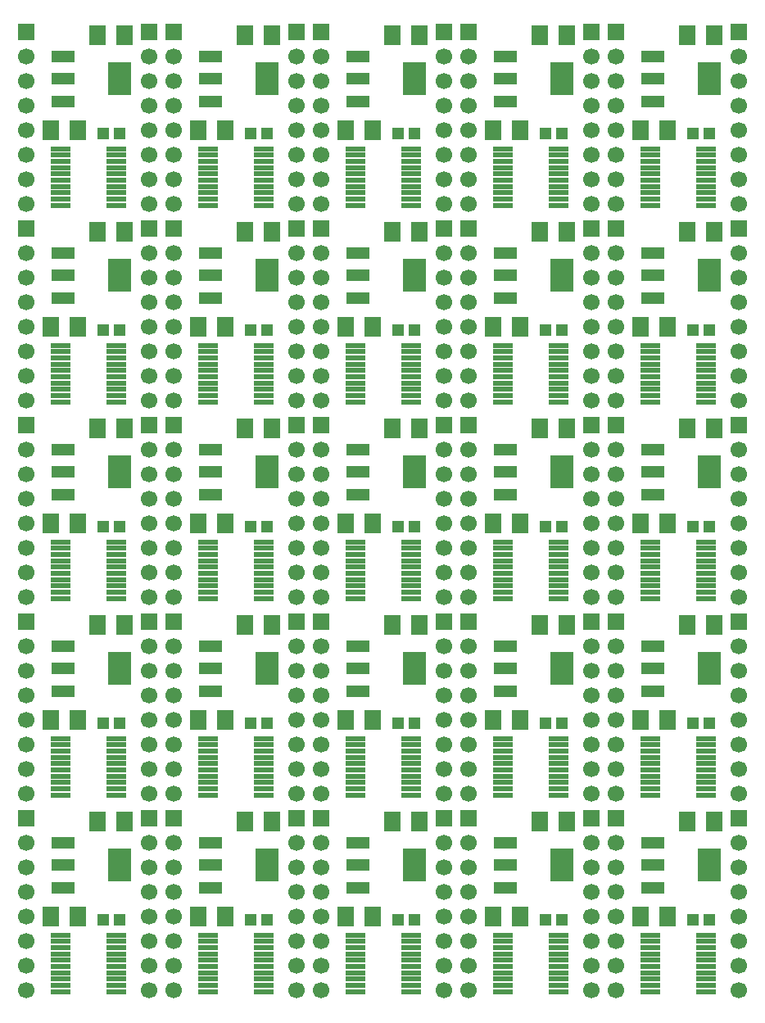
<source format=gbr>
G04 DipTrace 3.3.1.3*
G04 TopMask.gbr*
%MOIN*%
G04 #@! TF.FileFunction,Soldermask,Top*
G04 #@! TF.Part,Single*
%ADD33C,0.066935*%
%ADD35R,0.066935X0.066935*%
%ADD37R,0.092526X0.135833*%
%ADD39R,0.092526X0.045282*%
%ADD41R,0.078746X0.023628*%
%ADD43R,0.051187X0.04725*%
%ADD45R,0.070872X0.078746*%
%FSLAX26Y26*%
G04*
G70*
G90*
G75*
G01*
G04 TopMask*
%LPD*%
D45*
X731200Y1131200D3*
X841436D3*
X543700Y743700D3*
X653936D3*
D43*
X756200Y731200D3*
X823129D3*
D41*
X581200Y668700D3*
Y643109D3*
Y617519D3*
Y591928D3*
Y566338D3*
Y540747D3*
Y515157D3*
Y489566D3*
Y463976D3*
Y438385D3*
X809554D3*
X809546Y463976D3*
Y489566D3*
Y515157D3*
Y540747D3*
Y566338D3*
Y591928D3*
Y617519D3*
Y643109D3*
Y668700D3*
D39*
X593700Y1043700D3*
Y953149D3*
Y862598D3*
D37*
X822046Y953149D3*
D35*
X943700Y1143700D3*
X443700D3*
D33*
Y1043700D3*
Y943700D3*
Y843700D3*
Y743700D3*
Y643700D3*
Y543700D3*
Y443700D3*
X943700Y1043700D3*
Y943700D3*
Y843700D3*
Y743700D3*
Y643700D3*
Y543700D3*
Y443700D3*
D45*
X1331200Y1131200D3*
X1441436D3*
X1143700Y743700D3*
X1253936D3*
D43*
X1356200Y731200D3*
X1423129D3*
D41*
X1181200Y668700D3*
Y643109D3*
Y617519D3*
Y591928D3*
Y566338D3*
Y540747D3*
Y515157D3*
Y489566D3*
Y463976D3*
Y438385D3*
X1409554D3*
X1409546Y463976D3*
Y489566D3*
Y515157D3*
Y540747D3*
Y566338D3*
Y591928D3*
Y617519D3*
Y643109D3*
Y668700D3*
D39*
X1193700Y1043700D3*
Y953149D3*
Y862598D3*
D37*
X1422046Y953149D3*
D35*
X1543700Y1143700D3*
X1043700D3*
D33*
Y1043700D3*
Y943700D3*
Y843700D3*
Y743700D3*
Y643700D3*
Y543700D3*
Y443700D3*
X1543700Y1043700D3*
Y943700D3*
Y843700D3*
Y743700D3*
Y643700D3*
Y543700D3*
Y443700D3*
D45*
X1931200Y1131200D3*
X2041436D3*
X1743700Y743700D3*
X1853936D3*
D43*
X1956200Y731200D3*
X2023129D3*
D41*
X1781200Y668700D3*
Y643109D3*
Y617519D3*
Y591928D3*
Y566338D3*
Y540747D3*
Y515157D3*
Y489566D3*
Y463976D3*
Y438385D3*
X2009554D3*
X2009546Y463976D3*
Y489566D3*
Y515157D3*
Y540747D3*
Y566338D3*
Y591928D3*
Y617519D3*
Y643109D3*
Y668700D3*
D39*
X1793700Y1043700D3*
Y953149D3*
Y862598D3*
D37*
X2022046Y953149D3*
D35*
X2143700Y1143700D3*
X1643700D3*
D33*
Y1043700D3*
Y943700D3*
Y843700D3*
Y743700D3*
Y643700D3*
Y543700D3*
Y443700D3*
X2143700Y1043700D3*
Y943700D3*
Y843700D3*
Y743700D3*
Y643700D3*
Y543700D3*
Y443700D3*
D45*
X2531200Y1131200D3*
X2641436D3*
X2343700Y743700D3*
X2453936D3*
D43*
X2556200Y731200D3*
X2623129D3*
D41*
X2381200Y668700D3*
Y643109D3*
Y617519D3*
Y591928D3*
Y566338D3*
Y540747D3*
Y515157D3*
Y489566D3*
Y463976D3*
Y438385D3*
X2609554D3*
X2609546Y463976D3*
Y489566D3*
Y515157D3*
Y540747D3*
Y566338D3*
Y591928D3*
Y617519D3*
Y643109D3*
Y668700D3*
D39*
X2393700Y1043700D3*
Y953149D3*
Y862598D3*
D37*
X2622046Y953149D3*
D35*
X2743700Y1143700D3*
X2243700D3*
D33*
Y1043700D3*
Y943700D3*
Y843700D3*
Y743700D3*
Y643700D3*
Y543700D3*
Y443700D3*
X2743700Y1043700D3*
Y943700D3*
Y843700D3*
Y743700D3*
Y643700D3*
Y543700D3*
Y443700D3*
D45*
X3131200Y1131200D3*
X3241436D3*
X2943700Y743700D3*
X3053936D3*
D43*
X3156200Y731200D3*
X3223129D3*
D41*
X2981200Y668700D3*
Y643109D3*
Y617519D3*
Y591928D3*
Y566338D3*
Y540747D3*
Y515157D3*
Y489566D3*
Y463976D3*
Y438385D3*
X3209554D3*
X3209546Y463976D3*
Y489566D3*
Y515157D3*
Y540747D3*
Y566338D3*
Y591928D3*
Y617519D3*
Y643109D3*
Y668700D3*
D39*
X2993700Y1043700D3*
Y953149D3*
Y862598D3*
D37*
X3222046Y953149D3*
D35*
X3343700Y1143700D3*
X2843700D3*
D33*
Y1043700D3*
Y943700D3*
Y843700D3*
Y743700D3*
Y643700D3*
Y543700D3*
Y443700D3*
X3343700Y1043700D3*
Y943700D3*
Y843700D3*
Y743700D3*
Y643700D3*
Y543700D3*
Y443700D3*
D45*
X731200Y1931200D3*
X841436D3*
X543700Y1543700D3*
X653936D3*
D43*
X756200Y1531200D3*
X823129D3*
D41*
X581200Y1468700D3*
Y1443109D3*
Y1417519D3*
Y1391928D3*
Y1366338D3*
Y1340747D3*
Y1315157D3*
Y1289566D3*
Y1263976D3*
Y1238385D3*
X809554D3*
X809546Y1263976D3*
Y1289566D3*
Y1315157D3*
Y1340747D3*
Y1366338D3*
Y1391928D3*
Y1417519D3*
Y1443109D3*
Y1468700D3*
D39*
X593700Y1843700D3*
Y1753149D3*
Y1662598D3*
D37*
X822046Y1753149D3*
D35*
X943700Y1943700D3*
X443700D3*
D33*
Y1843700D3*
Y1743700D3*
Y1643700D3*
Y1543700D3*
Y1443700D3*
Y1343700D3*
Y1243700D3*
X943700Y1843700D3*
Y1743700D3*
Y1643700D3*
Y1543700D3*
Y1443700D3*
Y1343700D3*
Y1243700D3*
D45*
X1331200Y1931200D3*
X1441436D3*
X1143700Y1543700D3*
X1253936D3*
D43*
X1356200Y1531200D3*
X1423129D3*
D41*
X1181200Y1468700D3*
Y1443109D3*
Y1417519D3*
Y1391928D3*
Y1366338D3*
Y1340747D3*
Y1315157D3*
Y1289566D3*
Y1263976D3*
Y1238385D3*
X1409554D3*
X1409546Y1263976D3*
Y1289566D3*
Y1315157D3*
Y1340747D3*
Y1366338D3*
Y1391928D3*
Y1417519D3*
Y1443109D3*
Y1468700D3*
D39*
X1193700Y1843700D3*
Y1753149D3*
Y1662598D3*
D37*
X1422046Y1753149D3*
D35*
X1543700Y1943700D3*
X1043700D3*
D33*
Y1843700D3*
Y1743700D3*
Y1643700D3*
Y1543700D3*
Y1443700D3*
Y1343700D3*
Y1243700D3*
X1543700Y1843700D3*
Y1743700D3*
Y1643700D3*
Y1543700D3*
Y1443700D3*
Y1343700D3*
Y1243700D3*
D45*
X1931200Y1931200D3*
X2041436D3*
X1743700Y1543700D3*
X1853936D3*
D43*
X1956200Y1531200D3*
X2023129D3*
D41*
X1781200Y1468700D3*
Y1443109D3*
Y1417519D3*
Y1391928D3*
Y1366338D3*
Y1340747D3*
Y1315157D3*
Y1289566D3*
Y1263976D3*
Y1238385D3*
X2009554D3*
X2009546Y1263976D3*
Y1289566D3*
Y1315157D3*
Y1340747D3*
Y1366338D3*
Y1391928D3*
Y1417519D3*
Y1443109D3*
Y1468700D3*
D39*
X1793700Y1843700D3*
Y1753149D3*
Y1662598D3*
D37*
X2022046Y1753149D3*
D35*
X2143700Y1943700D3*
X1643700D3*
D33*
Y1843700D3*
Y1743700D3*
Y1643700D3*
Y1543700D3*
Y1443700D3*
Y1343700D3*
Y1243700D3*
X2143700Y1843700D3*
Y1743700D3*
Y1643700D3*
Y1543700D3*
Y1443700D3*
Y1343700D3*
Y1243700D3*
D45*
X2531200Y1931200D3*
X2641436D3*
X2343700Y1543700D3*
X2453936D3*
D43*
X2556200Y1531200D3*
X2623129D3*
D41*
X2381200Y1468700D3*
Y1443109D3*
Y1417519D3*
Y1391928D3*
Y1366338D3*
Y1340747D3*
Y1315157D3*
Y1289566D3*
Y1263976D3*
Y1238385D3*
X2609554D3*
X2609546Y1263976D3*
Y1289566D3*
Y1315157D3*
Y1340747D3*
Y1366338D3*
Y1391928D3*
Y1417519D3*
Y1443109D3*
Y1468700D3*
D39*
X2393700Y1843700D3*
Y1753149D3*
Y1662598D3*
D37*
X2622046Y1753149D3*
D35*
X2743700Y1943700D3*
X2243700D3*
D33*
Y1843700D3*
Y1743700D3*
Y1643700D3*
Y1543700D3*
Y1443700D3*
Y1343700D3*
Y1243700D3*
X2743700Y1843700D3*
Y1743700D3*
Y1643700D3*
Y1543700D3*
Y1443700D3*
Y1343700D3*
Y1243700D3*
D45*
X3131200Y1931200D3*
X3241436D3*
X2943700Y1543700D3*
X3053936D3*
D43*
X3156200Y1531200D3*
X3223129D3*
D41*
X2981200Y1468700D3*
Y1443109D3*
Y1417519D3*
Y1391928D3*
Y1366338D3*
Y1340747D3*
Y1315157D3*
Y1289566D3*
Y1263976D3*
Y1238385D3*
X3209554D3*
X3209546Y1263976D3*
Y1289566D3*
Y1315157D3*
Y1340747D3*
Y1366338D3*
Y1391928D3*
Y1417519D3*
Y1443109D3*
Y1468700D3*
D39*
X2993700Y1843700D3*
Y1753149D3*
Y1662598D3*
D37*
X3222046Y1753149D3*
D35*
X3343700Y1943700D3*
X2843700D3*
D33*
Y1843700D3*
Y1743700D3*
Y1643700D3*
Y1543700D3*
Y1443700D3*
Y1343700D3*
Y1243700D3*
X3343700Y1843700D3*
Y1743700D3*
Y1643700D3*
Y1543700D3*
Y1443700D3*
Y1343700D3*
Y1243700D3*
D45*
X731200Y2731200D3*
X841436D3*
X543700Y2343700D3*
X653936D3*
D43*
X756200Y2331200D3*
X823129D3*
D41*
X581200Y2268700D3*
Y2243109D3*
Y2217519D3*
Y2191928D3*
Y2166338D3*
Y2140747D3*
Y2115157D3*
Y2089566D3*
Y2063976D3*
Y2038385D3*
X809554D3*
X809546Y2063976D3*
Y2089566D3*
Y2115157D3*
Y2140747D3*
Y2166338D3*
Y2191928D3*
Y2217519D3*
Y2243109D3*
Y2268700D3*
D39*
X593700Y2643700D3*
Y2553149D3*
Y2462598D3*
D37*
X822046Y2553149D3*
D35*
X943700Y2743700D3*
X443700D3*
D33*
Y2643700D3*
Y2543700D3*
Y2443700D3*
Y2343700D3*
Y2243700D3*
Y2143700D3*
Y2043700D3*
X943700Y2643700D3*
Y2543700D3*
Y2443700D3*
Y2343700D3*
Y2243700D3*
Y2143700D3*
Y2043700D3*
D45*
X1331200Y2731200D3*
X1441436D3*
X1143700Y2343700D3*
X1253936D3*
D43*
X1356200Y2331200D3*
X1423129D3*
D41*
X1181200Y2268700D3*
Y2243109D3*
Y2217519D3*
Y2191928D3*
Y2166338D3*
Y2140747D3*
Y2115157D3*
Y2089566D3*
Y2063976D3*
Y2038385D3*
X1409554D3*
X1409546Y2063976D3*
Y2089566D3*
Y2115157D3*
Y2140747D3*
Y2166338D3*
Y2191928D3*
Y2217519D3*
Y2243109D3*
Y2268700D3*
D39*
X1193700Y2643700D3*
Y2553149D3*
Y2462598D3*
D37*
X1422046Y2553149D3*
D35*
X1543700Y2743700D3*
X1043700D3*
D33*
Y2643700D3*
Y2543700D3*
Y2443700D3*
Y2343700D3*
Y2243700D3*
Y2143700D3*
Y2043700D3*
X1543700Y2643700D3*
Y2543700D3*
Y2443700D3*
Y2343700D3*
Y2243700D3*
Y2143700D3*
Y2043700D3*
D45*
X1931200Y2731200D3*
X2041436D3*
X1743700Y2343700D3*
X1853936D3*
D43*
X1956200Y2331200D3*
X2023129D3*
D41*
X1781200Y2268700D3*
Y2243109D3*
Y2217519D3*
Y2191928D3*
Y2166338D3*
Y2140747D3*
Y2115157D3*
Y2089566D3*
Y2063976D3*
Y2038385D3*
X2009554D3*
X2009546Y2063976D3*
Y2089566D3*
Y2115157D3*
Y2140747D3*
Y2166338D3*
Y2191928D3*
Y2217519D3*
Y2243109D3*
Y2268700D3*
D39*
X1793700Y2643700D3*
Y2553149D3*
Y2462598D3*
D37*
X2022046Y2553149D3*
D35*
X2143700Y2743700D3*
X1643700D3*
D33*
Y2643700D3*
Y2543700D3*
Y2443700D3*
Y2343700D3*
Y2243700D3*
Y2143700D3*
Y2043700D3*
X2143700Y2643700D3*
Y2543700D3*
Y2443700D3*
Y2343700D3*
Y2243700D3*
Y2143700D3*
Y2043700D3*
D45*
X2531200Y2731200D3*
X2641436D3*
X2343700Y2343700D3*
X2453936D3*
D43*
X2556200Y2331200D3*
X2623129D3*
D41*
X2381200Y2268700D3*
Y2243109D3*
Y2217519D3*
Y2191928D3*
Y2166338D3*
Y2140747D3*
Y2115157D3*
Y2089566D3*
Y2063976D3*
Y2038385D3*
X2609554D3*
X2609546Y2063976D3*
Y2089566D3*
Y2115157D3*
Y2140747D3*
Y2166338D3*
Y2191928D3*
Y2217519D3*
Y2243109D3*
Y2268700D3*
D39*
X2393700Y2643700D3*
Y2553149D3*
Y2462598D3*
D37*
X2622046Y2553149D3*
D35*
X2743700Y2743700D3*
X2243700D3*
D33*
Y2643700D3*
Y2543700D3*
Y2443700D3*
Y2343700D3*
Y2243700D3*
Y2143700D3*
Y2043700D3*
X2743700Y2643700D3*
Y2543700D3*
Y2443700D3*
Y2343700D3*
Y2243700D3*
Y2143700D3*
Y2043700D3*
D45*
X3131200Y2731200D3*
X3241436D3*
X2943700Y2343700D3*
X3053936D3*
D43*
X3156200Y2331200D3*
X3223129D3*
D41*
X2981200Y2268700D3*
Y2243109D3*
Y2217519D3*
Y2191928D3*
Y2166338D3*
Y2140747D3*
Y2115157D3*
Y2089566D3*
Y2063976D3*
Y2038385D3*
X3209554D3*
X3209546Y2063976D3*
Y2089566D3*
Y2115157D3*
Y2140747D3*
Y2166338D3*
Y2191928D3*
Y2217519D3*
Y2243109D3*
Y2268700D3*
D39*
X2993700Y2643700D3*
Y2553149D3*
Y2462598D3*
D37*
X3222046Y2553149D3*
D35*
X3343700Y2743700D3*
X2843700D3*
D33*
Y2643700D3*
Y2543700D3*
Y2443700D3*
Y2343700D3*
Y2243700D3*
Y2143700D3*
Y2043700D3*
X3343700Y2643700D3*
Y2543700D3*
Y2443700D3*
Y2343700D3*
Y2243700D3*
Y2143700D3*
Y2043700D3*
D45*
X731200Y3531200D3*
X841436D3*
X543700Y3143700D3*
X653936D3*
D43*
X756200Y3131200D3*
X823129D3*
D41*
X581200Y3068700D3*
Y3043109D3*
Y3017519D3*
Y2991928D3*
Y2966338D3*
Y2940747D3*
Y2915157D3*
Y2889566D3*
Y2863976D3*
Y2838385D3*
X809554D3*
X809546Y2863976D3*
Y2889566D3*
Y2915157D3*
Y2940747D3*
Y2966338D3*
Y2991928D3*
Y3017519D3*
Y3043109D3*
Y3068700D3*
D39*
X593700Y3443700D3*
Y3353149D3*
Y3262598D3*
D37*
X822046Y3353149D3*
D35*
X943700Y3543700D3*
X443700D3*
D33*
Y3443700D3*
Y3343700D3*
Y3243700D3*
Y3143700D3*
Y3043700D3*
Y2943700D3*
Y2843700D3*
X943700Y3443700D3*
Y3343700D3*
Y3243700D3*
Y3143700D3*
Y3043700D3*
Y2943700D3*
Y2843700D3*
D45*
X1331200Y3531200D3*
X1441436D3*
X1143700Y3143700D3*
X1253936D3*
D43*
X1356200Y3131200D3*
X1423129D3*
D41*
X1181200Y3068700D3*
Y3043109D3*
Y3017519D3*
Y2991928D3*
Y2966338D3*
Y2940747D3*
Y2915157D3*
Y2889566D3*
Y2863976D3*
Y2838385D3*
X1409554D3*
X1409546Y2863976D3*
Y2889566D3*
Y2915157D3*
Y2940747D3*
Y2966338D3*
Y2991928D3*
Y3017519D3*
Y3043109D3*
Y3068700D3*
D39*
X1193700Y3443700D3*
Y3353149D3*
Y3262598D3*
D37*
X1422046Y3353149D3*
D35*
X1543700Y3543700D3*
X1043700D3*
D33*
Y3443700D3*
Y3343700D3*
Y3243700D3*
Y3143700D3*
Y3043700D3*
Y2943700D3*
Y2843700D3*
X1543700Y3443700D3*
Y3343700D3*
Y3243700D3*
Y3143700D3*
Y3043700D3*
Y2943700D3*
Y2843700D3*
D45*
X1931200Y3531200D3*
X2041436D3*
X1743700Y3143700D3*
X1853936D3*
D43*
X1956200Y3131200D3*
X2023129D3*
D41*
X1781200Y3068700D3*
Y3043109D3*
Y3017519D3*
Y2991928D3*
Y2966338D3*
Y2940747D3*
Y2915157D3*
Y2889566D3*
Y2863976D3*
Y2838385D3*
X2009554D3*
X2009546Y2863976D3*
Y2889566D3*
Y2915157D3*
Y2940747D3*
Y2966338D3*
Y2991928D3*
Y3017519D3*
Y3043109D3*
Y3068700D3*
D39*
X1793700Y3443700D3*
Y3353149D3*
Y3262598D3*
D37*
X2022046Y3353149D3*
D35*
X2143700Y3543700D3*
X1643700D3*
D33*
Y3443700D3*
Y3343700D3*
Y3243700D3*
Y3143700D3*
Y3043700D3*
Y2943700D3*
Y2843700D3*
X2143700Y3443700D3*
Y3343700D3*
Y3243700D3*
Y3143700D3*
Y3043700D3*
Y2943700D3*
Y2843700D3*
D45*
X2531200Y3531200D3*
X2641436D3*
X2343700Y3143700D3*
X2453936D3*
D43*
X2556200Y3131200D3*
X2623129D3*
D41*
X2381200Y3068700D3*
Y3043109D3*
Y3017519D3*
Y2991928D3*
Y2966338D3*
Y2940747D3*
Y2915157D3*
Y2889566D3*
Y2863976D3*
Y2838385D3*
X2609554D3*
X2609546Y2863976D3*
Y2889566D3*
Y2915157D3*
Y2940747D3*
Y2966338D3*
Y2991928D3*
Y3017519D3*
Y3043109D3*
Y3068700D3*
D39*
X2393700Y3443700D3*
Y3353149D3*
Y3262598D3*
D37*
X2622046Y3353149D3*
D35*
X2743700Y3543700D3*
X2243700D3*
D33*
Y3443700D3*
Y3343700D3*
Y3243700D3*
Y3143700D3*
Y3043700D3*
Y2943700D3*
Y2843700D3*
X2743700Y3443700D3*
Y3343700D3*
Y3243700D3*
Y3143700D3*
Y3043700D3*
Y2943700D3*
Y2843700D3*
D45*
X3131200Y3531200D3*
X3241436D3*
X2943700Y3143700D3*
X3053936D3*
D43*
X3156200Y3131200D3*
X3223129D3*
D41*
X2981200Y3068700D3*
Y3043109D3*
Y3017519D3*
Y2991928D3*
Y2966338D3*
Y2940747D3*
Y2915157D3*
Y2889566D3*
Y2863976D3*
Y2838385D3*
X3209554D3*
X3209546Y2863976D3*
Y2889566D3*
Y2915157D3*
Y2940747D3*
Y2966338D3*
Y2991928D3*
Y3017519D3*
Y3043109D3*
Y3068700D3*
D39*
X2993700Y3443700D3*
Y3353149D3*
Y3262598D3*
D37*
X3222046Y3353149D3*
D35*
X3343700Y3543700D3*
X2843700D3*
D33*
Y3443700D3*
Y3343700D3*
Y3243700D3*
Y3143700D3*
Y3043700D3*
Y2943700D3*
Y2843700D3*
X3343700Y3443700D3*
Y3343700D3*
Y3243700D3*
Y3143700D3*
Y3043700D3*
Y2943700D3*
Y2843700D3*
D45*
X731200Y4331200D3*
X841436D3*
X543700Y3943700D3*
X653936D3*
D43*
X756200Y3931200D3*
X823129D3*
D41*
X581200Y3868700D3*
Y3843109D3*
Y3817519D3*
Y3791928D3*
Y3766338D3*
Y3740747D3*
Y3715157D3*
Y3689566D3*
Y3663976D3*
Y3638385D3*
X809554D3*
X809546Y3663976D3*
Y3689566D3*
Y3715157D3*
Y3740747D3*
Y3766338D3*
Y3791928D3*
Y3817519D3*
Y3843109D3*
Y3868700D3*
D39*
X593700Y4243700D3*
Y4153149D3*
Y4062598D3*
D37*
X822046Y4153149D3*
D35*
X943700Y4343700D3*
X443700D3*
D33*
Y4243700D3*
Y4143700D3*
Y4043700D3*
Y3943700D3*
Y3843700D3*
Y3743700D3*
Y3643700D3*
X943700Y4243700D3*
Y4143700D3*
Y4043700D3*
Y3943700D3*
Y3843700D3*
Y3743700D3*
Y3643700D3*
D45*
X1331200Y4331200D3*
X1441436D3*
X1143700Y3943700D3*
X1253936D3*
D43*
X1356200Y3931200D3*
X1423129D3*
D41*
X1181200Y3868700D3*
Y3843109D3*
Y3817519D3*
Y3791928D3*
Y3766338D3*
Y3740747D3*
Y3715157D3*
Y3689566D3*
Y3663976D3*
Y3638385D3*
X1409554D3*
X1409546Y3663976D3*
Y3689566D3*
Y3715157D3*
Y3740747D3*
Y3766338D3*
Y3791928D3*
Y3817519D3*
Y3843109D3*
Y3868700D3*
D39*
X1193700Y4243700D3*
Y4153149D3*
Y4062598D3*
D37*
X1422046Y4153149D3*
D35*
X1543700Y4343700D3*
X1043700D3*
D33*
Y4243700D3*
Y4143700D3*
Y4043700D3*
Y3943700D3*
Y3843700D3*
Y3743700D3*
Y3643700D3*
X1543700Y4243700D3*
Y4143700D3*
Y4043700D3*
Y3943700D3*
Y3843700D3*
Y3743700D3*
Y3643700D3*
D45*
X1931200Y4331200D3*
X2041436D3*
X1743700Y3943700D3*
X1853936D3*
D43*
X1956200Y3931200D3*
X2023129D3*
D41*
X1781200Y3868700D3*
Y3843109D3*
Y3817519D3*
Y3791928D3*
Y3766338D3*
Y3740747D3*
Y3715157D3*
Y3689566D3*
Y3663976D3*
Y3638385D3*
X2009554D3*
X2009546Y3663976D3*
Y3689566D3*
Y3715157D3*
Y3740747D3*
Y3766338D3*
Y3791928D3*
Y3817519D3*
Y3843109D3*
Y3868700D3*
D39*
X1793700Y4243700D3*
Y4153149D3*
Y4062598D3*
D37*
X2022046Y4153149D3*
D35*
X2143700Y4343700D3*
X1643700D3*
D33*
Y4243700D3*
Y4143700D3*
Y4043700D3*
Y3943700D3*
Y3843700D3*
Y3743700D3*
Y3643700D3*
X2143700Y4243700D3*
Y4143700D3*
Y4043700D3*
Y3943700D3*
Y3843700D3*
Y3743700D3*
Y3643700D3*
D45*
X2531200Y4331200D3*
X2641436D3*
X2343700Y3943700D3*
X2453936D3*
D43*
X2556200Y3931200D3*
X2623129D3*
D41*
X2381200Y3868700D3*
Y3843109D3*
Y3817519D3*
Y3791928D3*
Y3766338D3*
Y3740747D3*
Y3715157D3*
Y3689566D3*
Y3663976D3*
Y3638385D3*
X2609554D3*
X2609546Y3663976D3*
Y3689566D3*
Y3715157D3*
Y3740747D3*
Y3766338D3*
Y3791928D3*
Y3817519D3*
Y3843109D3*
Y3868700D3*
D39*
X2393700Y4243700D3*
Y4153149D3*
Y4062598D3*
D37*
X2622046Y4153149D3*
D35*
X2743700Y4343700D3*
X2243700D3*
D33*
Y4243700D3*
Y4143700D3*
Y4043700D3*
Y3943700D3*
Y3843700D3*
Y3743700D3*
Y3643700D3*
X2743700Y4243700D3*
Y4143700D3*
Y4043700D3*
Y3943700D3*
Y3843700D3*
Y3743700D3*
Y3643700D3*
D45*
X3131200Y4331200D3*
X3241436D3*
X2943700Y3943700D3*
X3053936D3*
D43*
X3156200Y3931200D3*
X3223129D3*
D41*
X2981200Y3868700D3*
Y3843109D3*
Y3817519D3*
Y3791928D3*
Y3766338D3*
Y3740747D3*
Y3715157D3*
Y3689566D3*
Y3663976D3*
Y3638385D3*
X3209554D3*
X3209546Y3663976D3*
Y3689566D3*
Y3715157D3*
Y3740747D3*
Y3766338D3*
Y3791928D3*
Y3817519D3*
Y3843109D3*
Y3868700D3*
D39*
X2993700Y4243700D3*
Y4153149D3*
Y4062598D3*
D37*
X3222046Y4153149D3*
D35*
X3343700Y4343700D3*
X2843700D3*
D33*
Y4243700D3*
Y4143700D3*
Y4043700D3*
Y3943700D3*
Y3843700D3*
Y3743700D3*
Y3643700D3*
X3343700Y4243700D3*
Y4143700D3*
Y4043700D3*
Y3943700D3*
Y3843700D3*
Y3743700D3*
Y3643700D3*
M02*

</source>
